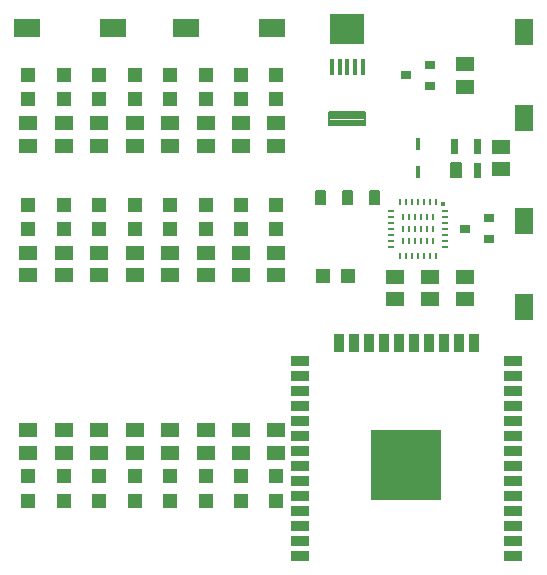
<source format=gbr>
G04 EAGLE Gerber RS-274X export*
G75*
%MOMM*%
%FSLAX34Y34*%
%LPD*%
%INSolderpaste Top*%
%IPPOS*%
%AMOC8*
5,1,8,0,0,1.08239X$1,22.5*%
G01*
%ADD10R,1.500000X1.300000*%
%ADD11R,0.460000X1.040000*%
%ADD12C,0.148500*%
%ADD13C,0.088500*%
%ADD14R,1.500000X0.900000*%
%ADD15R,0.900000X1.500000*%
%ADD16R,6.000000X6.000000*%
%ADD17R,1.600000X2.300000*%
%ADD18R,1.200000X1.200000*%
%ADD19R,0.260000X0.560000*%
%ADD20R,0.560000X0.260000*%
%ADD21R,0.400000X0.400000*%
%ADD22R,0.850000X0.750000*%
%ADD23C,0.139500*%
%ADD24C,0.196500*%
%ADD25R,0.400000X1.400000*%
%ADD26R,3.000000X2.600000*%
%ADD27R,2.300000X1.600000*%


D10*
X370000Y240500D03*
X370000Y259500D03*
X400000Y439500D03*
X400000Y420500D03*
X400000Y240500D03*
X400000Y259500D03*
D11*
X360000Y371900D03*
X360000Y348100D03*
D12*
X388192Y343992D02*
X396608Y343992D01*
X388192Y343992D02*
X388192Y355508D01*
X396608Y355508D01*
X396608Y343992D01*
X396608Y345403D02*
X388192Y345403D01*
X388192Y346814D02*
X396608Y346814D01*
X396608Y348225D02*
X388192Y348225D01*
X388192Y349636D02*
X396608Y349636D01*
X396608Y351047D02*
X388192Y351047D01*
X388192Y352458D02*
X396608Y352458D01*
X396608Y353869D02*
X388192Y353869D01*
X388192Y355280D02*
X396608Y355280D01*
D13*
X407092Y343692D02*
X412108Y343692D01*
X407092Y343692D02*
X407092Y355808D01*
X412108Y355808D01*
X412108Y343692D01*
X412108Y344533D02*
X407092Y344533D01*
X407092Y345374D02*
X412108Y345374D01*
X412108Y346215D02*
X407092Y346215D01*
X407092Y347056D02*
X412108Y347056D01*
X412108Y347897D02*
X407092Y347897D01*
X407092Y348738D02*
X412108Y348738D01*
X412108Y349579D02*
X407092Y349579D01*
X407092Y350420D02*
X412108Y350420D01*
X412108Y351261D02*
X407092Y351261D01*
X407092Y352102D02*
X412108Y352102D01*
X412108Y352943D02*
X407092Y352943D01*
X407092Y353784D02*
X412108Y353784D01*
X412108Y354625D02*
X407092Y354625D01*
X407092Y355466D02*
X412108Y355466D01*
X412108Y364192D02*
X407092Y364192D01*
X407092Y376308D01*
X412108Y376308D01*
X412108Y364192D01*
X412108Y365033D02*
X407092Y365033D01*
X407092Y365874D02*
X412108Y365874D01*
X412108Y366715D02*
X407092Y366715D01*
X407092Y367556D02*
X412108Y367556D01*
X412108Y368397D02*
X407092Y368397D01*
X407092Y369238D02*
X412108Y369238D01*
X412108Y370079D02*
X407092Y370079D01*
X407092Y370920D02*
X412108Y370920D01*
X412108Y371761D02*
X407092Y371761D01*
X407092Y372602D02*
X412108Y372602D01*
X412108Y373443D02*
X407092Y373443D01*
X407092Y374284D02*
X412108Y374284D01*
X412108Y375125D02*
X407092Y375125D01*
X407092Y375966D02*
X412108Y375966D01*
X392908Y364192D02*
X387892Y364192D01*
X387892Y376308D01*
X392908Y376308D01*
X392908Y364192D01*
X392908Y365033D02*
X387892Y365033D01*
X387892Y365874D02*
X392908Y365874D01*
X392908Y366715D02*
X387892Y366715D01*
X387892Y367556D02*
X392908Y367556D01*
X392908Y368397D02*
X387892Y368397D01*
X387892Y369238D02*
X392908Y369238D01*
X392908Y370079D02*
X387892Y370079D01*
X387892Y370920D02*
X392908Y370920D01*
X392908Y371761D02*
X387892Y371761D01*
X387892Y372602D02*
X392908Y372602D01*
X392908Y373443D02*
X387892Y373443D01*
X387892Y374284D02*
X392908Y374284D01*
X392908Y375125D02*
X387892Y375125D01*
X387892Y375966D02*
X392908Y375966D01*
D14*
X440000Y23000D03*
X440000Y35700D03*
X440000Y48400D03*
X440000Y61100D03*
X440000Y73800D03*
X440000Y86500D03*
X440000Y99200D03*
X440000Y111900D03*
X440000Y124600D03*
X440000Y137300D03*
X440000Y150000D03*
X440000Y162700D03*
X440000Y175400D03*
X440000Y188100D03*
D15*
X407150Y203000D03*
X394450Y203000D03*
X381750Y203000D03*
X369050Y203000D03*
X356350Y203000D03*
X343650Y203000D03*
X330950Y203000D03*
X318250Y203000D03*
X305550Y203000D03*
X292850Y203000D03*
D14*
X260000Y188100D03*
X260000Y175400D03*
X260000Y162700D03*
X260000Y150000D03*
X260000Y137300D03*
X260000Y124600D03*
X260000Y111900D03*
X260000Y99200D03*
X260000Y86500D03*
X260000Y73800D03*
X260000Y61100D03*
X260000Y48400D03*
X260000Y35700D03*
X260000Y23000D03*
D16*
X350000Y100000D03*
D17*
X450000Y393500D03*
X450000Y466500D03*
D18*
X300500Y260000D03*
X279500Y260000D03*
D17*
X450000Y233500D03*
X450000Y306500D03*
D19*
X375000Y323000D03*
X370000Y323000D03*
X365000Y323000D03*
X360000Y323000D03*
X355000Y323000D03*
X350000Y323000D03*
X345000Y323000D03*
D20*
X337000Y315000D03*
X337000Y310000D03*
X337000Y305000D03*
X337000Y300000D03*
X337000Y295000D03*
X337000Y290000D03*
X337000Y285000D03*
D19*
X345000Y277000D03*
X350000Y277000D03*
X355000Y277000D03*
X360000Y277000D03*
X365000Y277000D03*
X370000Y277000D03*
X375000Y277000D03*
D20*
X383000Y285000D03*
X383000Y290000D03*
X383000Y295000D03*
X383000Y300000D03*
X383000Y305000D03*
X383000Y310000D03*
X383000Y315000D03*
D19*
X372500Y310000D03*
X372500Y300000D03*
X372500Y290000D03*
X367500Y310000D03*
X367500Y300000D03*
X367500Y290000D03*
X362500Y310000D03*
X362500Y300000D03*
X362500Y290000D03*
X357500Y310000D03*
X357500Y300000D03*
X357500Y290000D03*
X352500Y310000D03*
X352500Y300000D03*
X352500Y290000D03*
X347500Y310000D03*
X347500Y300000D03*
X347500Y290000D03*
D21*
X381000Y321000D03*
D22*
X420000Y291250D03*
X420000Y308750D03*
X400000Y300000D03*
X370000Y421250D03*
X370000Y438750D03*
X350000Y430000D03*
D10*
X340000Y240500D03*
X340000Y259500D03*
X430000Y350500D03*
X430000Y369500D03*
D23*
X281053Y320697D02*
X273147Y320697D01*
X273147Y332403D01*
X281053Y332403D01*
X281053Y320697D01*
X281053Y322022D02*
X273147Y322022D01*
X273147Y323347D02*
X281053Y323347D01*
X281053Y324672D02*
X273147Y324672D01*
X273147Y325997D02*
X281053Y325997D01*
X281053Y327322D02*
X273147Y327322D01*
X273147Y328647D02*
X281053Y328647D01*
X281053Y329972D02*
X273147Y329972D01*
X273147Y331297D02*
X281053Y331297D01*
X296047Y320697D02*
X303953Y320697D01*
X296047Y320697D02*
X296047Y332403D01*
X303953Y332403D01*
X303953Y320697D01*
X303953Y322022D02*
X296047Y322022D01*
X296047Y323347D02*
X303953Y323347D01*
X303953Y324672D02*
X296047Y324672D01*
X296047Y325997D02*
X303953Y325997D01*
X303953Y327322D02*
X296047Y327322D01*
X296047Y328647D02*
X303953Y328647D01*
X303953Y329972D02*
X296047Y329972D01*
X296047Y331297D02*
X303953Y331297D01*
X318947Y320697D02*
X326853Y320697D01*
X318947Y320697D02*
X318947Y332403D01*
X326853Y332403D01*
X326853Y320697D01*
X326853Y322022D02*
X318947Y322022D01*
X318947Y323347D02*
X326853Y323347D01*
X326853Y324672D02*
X318947Y324672D01*
X318947Y325997D02*
X326853Y325997D01*
X326853Y327322D02*
X318947Y327322D01*
X318947Y328647D02*
X326853Y328647D01*
X326853Y329972D02*
X318947Y329972D01*
X318947Y331297D02*
X326853Y331297D01*
D24*
X315218Y387882D02*
X284782Y387882D01*
X284782Y399018D01*
X315218Y399018D01*
X315218Y387882D01*
X315218Y389749D02*
X284782Y389749D01*
X284782Y391616D02*
X315218Y391616D01*
X315218Y393483D02*
X284782Y393483D01*
X284782Y395350D02*
X315218Y395350D01*
X315218Y397217D02*
X284782Y397217D01*
D25*
X313000Y437000D03*
X306500Y437000D03*
X300000Y437000D03*
X293500Y437000D03*
X287000Y437000D03*
D26*
X300000Y469000D03*
D18*
X30000Y69500D03*
X30000Y90500D03*
D10*
X30000Y129500D03*
X30000Y110500D03*
D18*
X60000Y69500D03*
X60000Y90500D03*
D10*
X60000Y129500D03*
X60000Y110500D03*
D18*
X90000Y69500D03*
X90000Y90500D03*
D10*
X90000Y129500D03*
X90000Y110500D03*
D18*
X120000Y69500D03*
X120000Y90500D03*
D10*
X120000Y129500D03*
X120000Y110500D03*
D18*
X150000Y69500D03*
X150000Y90500D03*
D10*
X150000Y129500D03*
X150000Y110500D03*
D18*
X180000Y69500D03*
X180000Y90500D03*
D10*
X180000Y129500D03*
X180000Y110500D03*
D18*
X210000Y69500D03*
X210000Y90500D03*
D10*
X210000Y129500D03*
X210000Y110500D03*
D18*
X240000Y69500D03*
X240000Y90500D03*
D10*
X240000Y129500D03*
X240000Y110500D03*
D18*
X30000Y430500D03*
X30000Y409500D03*
D10*
X30000Y370500D03*
X30000Y389500D03*
D18*
X60000Y430500D03*
X60000Y409500D03*
D10*
X60000Y370500D03*
X60000Y389500D03*
D18*
X90000Y430500D03*
X90000Y409500D03*
D10*
X90000Y370500D03*
X90000Y389500D03*
D18*
X120000Y430500D03*
X120000Y409500D03*
D10*
X120000Y370500D03*
X120000Y389500D03*
D18*
X150000Y430500D03*
X150000Y409500D03*
D10*
X150000Y370500D03*
X150000Y389500D03*
D18*
X180000Y430500D03*
X180000Y409500D03*
D10*
X180000Y370500D03*
X180000Y389500D03*
D18*
X210000Y430500D03*
X210000Y409500D03*
D10*
X210000Y370500D03*
X210000Y389500D03*
D18*
X240000Y430500D03*
X240000Y409500D03*
D10*
X240000Y370500D03*
X240000Y389500D03*
D18*
X30000Y320500D03*
X30000Y299500D03*
D10*
X30000Y260500D03*
X30000Y279500D03*
D18*
X60000Y320500D03*
X60000Y299500D03*
D10*
X60000Y260500D03*
X60000Y279500D03*
D18*
X90000Y320500D03*
X90000Y299500D03*
D10*
X90000Y260500D03*
X90000Y279500D03*
D18*
X120000Y320500D03*
X120000Y299500D03*
D10*
X120000Y260500D03*
X120000Y279500D03*
D18*
X150000Y320500D03*
X150000Y299500D03*
D10*
X150000Y260500D03*
X150000Y279500D03*
D18*
X180000Y320500D03*
X180000Y299500D03*
D10*
X180000Y260500D03*
X180000Y279500D03*
D18*
X210000Y320500D03*
X210000Y299500D03*
D10*
X210000Y260500D03*
X210000Y279500D03*
D18*
X240000Y320500D03*
X240000Y299500D03*
D10*
X240000Y260500D03*
X240000Y279500D03*
D27*
X28500Y470000D03*
X101500Y470000D03*
X163500Y470000D03*
X236500Y470000D03*
M02*

</source>
